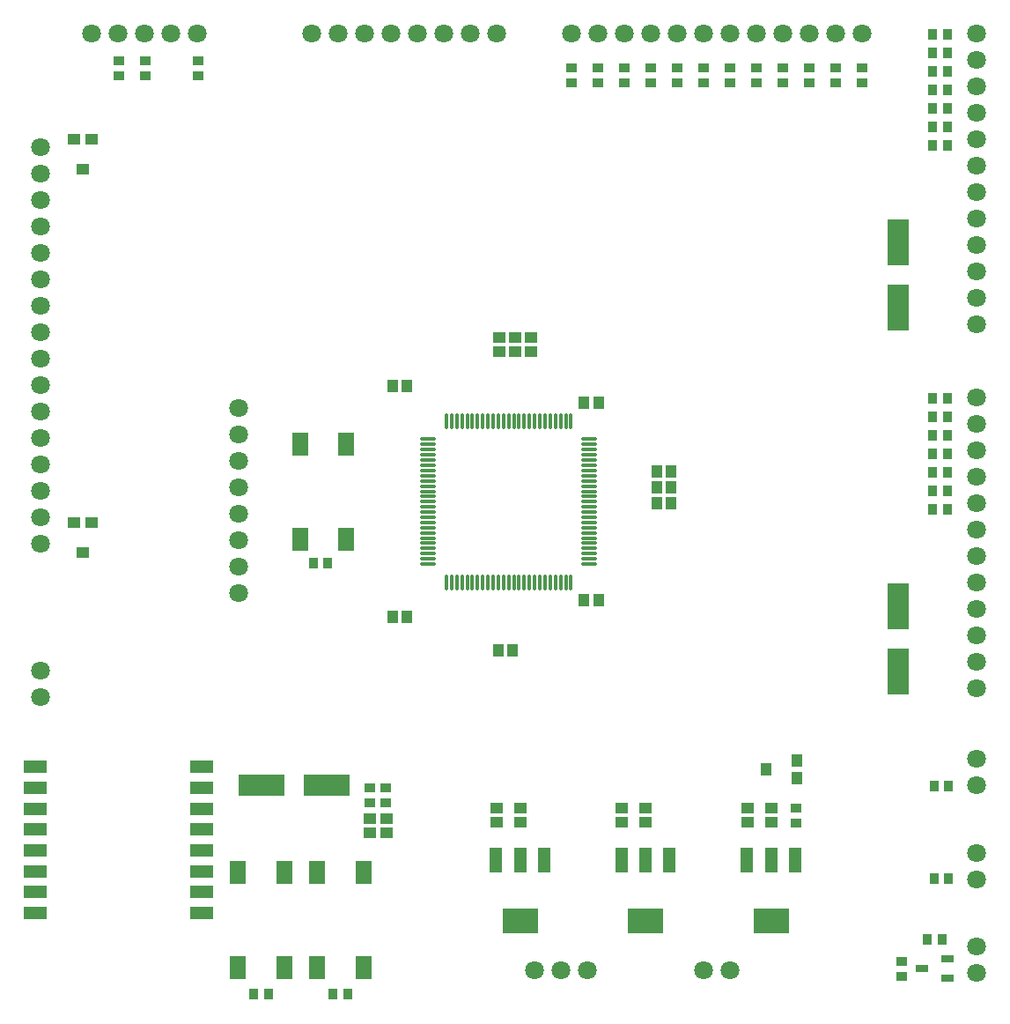
<source format=gbr>
G04 Layer_Color=8388736*
%FSLAX23Y23*%
%MOIN*%
%TF.FileFunction,Soldermask,Top*%
%TF.Part,Single*%
G01*
G75*
%TA.AperFunction,SMDPad*%
%ADD36R,0.047X0.043*%
%TA.AperFunction,SMDPad*%
%ADD37R,0.043X0.047*%
%TA.AperFunction,SMDPad*%
%ADD38R,0.177X0.081*%
%TA.AperFunction,SMDPad*%
%ADD39R,0.081X0.177*%
%TA.AperFunction,SMDPad*%
%ADD40R,0.047X0.031*%
%TA.AperFunction,SMDPad*%
%ADD41R,0.035X0.043*%
%TA.AperFunction,SMDPad*%
%ADD42R,0.043X0.035*%
%TA.AperFunction,SMDPad*%
%ADD43R,0.063X0.091*%
%TA.AperFunction,SMDPad*%
%ADD44R,0.047X0.093*%
%TA.AperFunction,SMDPad*%
%ADD45R,0.136X0.093*%
%TA.AperFunction,SMDPad*%
%ADD46O,0.061X0.014*%
%TA.AperFunction,SMDPad*%
%ADD47O,0.014X0.061*%
%TA.AperFunction,SMDPad*%
%ADD48R,0.087X0.047*%
%TA.AperFunction,SMDPad*%
%ADD49R,0.051X0.043*%
%TA.AperFunction,SMDPad*%
%ADD50R,0.047X0.043*%
%TA.AperFunction,SMDPad*%
%ADD51R,0.043X0.051*%
%TA.AperFunction,SMDPad*%
%ADD52R,0.043X0.047*%
%TA.AperFunction,ViaPad*%
%ADD53C,0.071*%
D36*
X3890Y2777D02*
D03*
Y2723D02*
D03*
X3980D02*
D03*
Y2777D02*
D03*
X3900Y4503D02*
D03*
Y4557D02*
D03*
X3960Y4503D02*
D03*
Y4557D02*
D03*
X4365Y2777D02*
D03*
Y2723D02*
D03*
X4455D02*
D03*
Y2777D02*
D03*
X4930Y2723D02*
D03*
Y2777D02*
D03*
X4840D02*
D03*
Y2723D02*
D03*
X4020Y4503D02*
D03*
Y4557D02*
D03*
X3475Y2683D02*
D03*
Y2737D02*
D03*
X3410Y2683D02*
D03*
Y2737D02*
D03*
D37*
X3898Y3375D02*
D03*
X3952D02*
D03*
X4223Y4310D02*
D03*
X4277D02*
D03*
X3552Y3500D02*
D03*
X3498D02*
D03*
X4223Y3565D02*
D03*
X4277D02*
D03*
X3552Y4375D02*
D03*
X3498D02*
D03*
X4498Y3990D02*
D03*
X4552D02*
D03*
X4498Y4050D02*
D03*
X4552D02*
D03*
X4498Y3930D02*
D03*
X4552D02*
D03*
D38*
X3248Y2865D02*
D03*
X3002D02*
D03*
D39*
X5410Y4917D02*
D03*
Y4671D02*
D03*
Y3541D02*
D03*
Y3295D02*
D03*
D40*
X5503Y2170D02*
D03*
X5597Y2207D02*
D03*
Y2133D02*
D03*
D41*
X5603Y2860D02*
D03*
X5547D02*
D03*
X5603Y2510D02*
D03*
X5547D02*
D03*
X3253Y3705D02*
D03*
X3197D02*
D03*
X3328Y2075D02*
D03*
X3272D02*
D03*
X5542Y5634D02*
D03*
X5598D02*
D03*
X5598Y5704D02*
D03*
X5542D02*
D03*
X5542Y5494D02*
D03*
X5598D02*
D03*
X5598Y5564D02*
D03*
X5542D02*
D03*
X5542Y5354D02*
D03*
X5598D02*
D03*
X5598Y5424D02*
D03*
X5542D02*
D03*
X3028Y2075D02*
D03*
X2972D02*
D03*
X5522Y2280D02*
D03*
X5578D02*
D03*
X5598Y5284D02*
D03*
X5542D02*
D03*
X5542Y4258D02*
D03*
X5598D02*
D03*
X5598Y4328D02*
D03*
X5542D02*
D03*
X5542Y4118D02*
D03*
X5598D02*
D03*
X5598Y4188D02*
D03*
X5542D02*
D03*
X5542Y3978D02*
D03*
X5598D02*
D03*
X5598Y4048D02*
D03*
X5542D02*
D03*
X5598Y3908D02*
D03*
X5542D02*
D03*
D42*
X2760Y5603D02*
D03*
Y5547D02*
D03*
X2460Y5603D02*
D03*
Y5547D02*
D03*
X2560Y5603D02*
D03*
Y5547D02*
D03*
X5025Y2778D02*
D03*
Y2722D02*
D03*
X5275Y5522D02*
D03*
Y5578D02*
D03*
X5175Y5522D02*
D03*
Y5578D02*
D03*
X5075Y5522D02*
D03*
Y5578D02*
D03*
X4975Y5522D02*
D03*
Y5578D02*
D03*
X4875Y5522D02*
D03*
Y5578D02*
D03*
X4775Y5522D02*
D03*
Y5578D02*
D03*
X4675Y5522D02*
D03*
Y5578D02*
D03*
X4575Y5522D02*
D03*
Y5578D02*
D03*
X4475Y5522D02*
D03*
Y5578D02*
D03*
X4375Y5522D02*
D03*
Y5578D02*
D03*
X4275Y5522D02*
D03*
Y5578D02*
D03*
X4175Y5522D02*
D03*
Y5578D02*
D03*
X3410Y2853D02*
D03*
Y2797D02*
D03*
X5425Y2142D02*
D03*
Y2198D02*
D03*
X3470Y2853D02*
D03*
Y2797D02*
D03*
D43*
X3147Y4154D02*
D03*
X3323D02*
D03*
X3147Y3796D02*
D03*
X3323D02*
D03*
X3212Y2534D02*
D03*
X3388D02*
D03*
X3212Y2176D02*
D03*
X3388D02*
D03*
X2912Y2534D02*
D03*
X3088D02*
D03*
X2912Y2176D02*
D03*
X3088D02*
D03*
D44*
X4071Y2580D02*
D03*
X3980D02*
D03*
X3889D02*
D03*
X4546D02*
D03*
X4455D02*
D03*
X4364D02*
D03*
X5021D02*
D03*
X4930D02*
D03*
X4839D02*
D03*
D45*
X3980Y2350D02*
D03*
X4455D02*
D03*
X4930D02*
D03*
D46*
X3632Y4173D02*
D03*
Y4154D02*
D03*
Y4134D02*
D03*
Y4114D02*
D03*
Y4094D02*
D03*
Y4075D02*
D03*
Y4055D02*
D03*
Y4035D02*
D03*
Y4016D02*
D03*
Y3996D02*
D03*
Y3976D02*
D03*
Y3957D02*
D03*
Y3937D02*
D03*
Y3917D02*
D03*
Y3898D02*
D03*
Y3878D02*
D03*
Y3858D02*
D03*
Y3839D02*
D03*
Y3819D02*
D03*
Y3799D02*
D03*
Y3780D02*
D03*
Y3760D02*
D03*
Y3740D02*
D03*
Y3720D02*
D03*
Y3701D02*
D03*
X4242D02*
D03*
Y3720D02*
D03*
Y3740D02*
D03*
Y3760D02*
D03*
Y3780D02*
D03*
Y3799D02*
D03*
Y3819D02*
D03*
Y3839D02*
D03*
Y3858D02*
D03*
Y3878D02*
D03*
Y3898D02*
D03*
Y3917D02*
D03*
Y3937D02*
D03*
Y3957D02*
D03*
Y3976D02*
D03*
Y3996D02*
D03*
Y4016D02*
D03*
Y4035D02*
D03*
Y4055D02*
D03*
Y4075D02*
D03*
Y4094D02*
D03*
Y4114D02*
D03*
Y4134D02*
D03*
Y4154D02*
D03*
Y4173D02*
D03*
D47*
X3701Y3632D02*
D03*
X3720D02*
D03*
X3740D02*
D03*
X3760D02*
D03*
X3780D02*
D03*
X3799D02*
D03*
X3819D02*
D03*
X3839D02*
D03*
X3858D02*
D03*
X3878D02*
D03*
X3898D02*
D03*
X3917D02*
D03*
X3937D02*
D03*
X3957D02*
D03*
X3976D02*
D03*
X3996D02*
D03*
X4016D02*
D03*
X4035D02*
D03*
X4055D02*
D03*
X4075D02*
D03*
X4094D02*
D03*
X4114D02*
D03*
X4134D02*
D03*
X4154D02*
D03*
X4173D02*
D03*
Y4242D02*
D03*
X4154D02*
D03*
X4134D02*
D03*
X4114D02*
D03*
X4094D02*
D03*
X4075D02*
D03*
X4055D02*
D03*
X4035D02*
D03*
X4016D02*
D03*
X3996D02*
D03*
X3976D02*
D03*
X3957D02*
D03*
X3937D02*
D03*
X3917D02*
D03*
X3898D02*
D03*
X3878D02*
D03*
X3858D02*
D03*
X3839D02*
D03*
X3819D02*
D03*
X3799D02*
D03*
X3780D02*
D03*
X3760D02*
D03*
X3740D02*
D03*
X3720D02*
D03*
X3701D02*
D03*
D48*
X2146Y2933D02*
D03*
Y2854D02*
D03*
Y2776D02*
D03*
Y2697D02*
D03*
Y2618D02*
D03*
Y2539D02*
D03*
Y2461D02*
D03*
X2776Y2382D02*
D03*
X2146D02*
D03*
X2776Y2461D02*
D03*
Y2539D02*
D03*
Y2618D02*
D03*
Y2697D02*
D03*
Y2776D02*
D03*
Y2854D02*
D03*
Y2933D02*
D03*
D49*
X2325Y5193D02*
D03*
Y3743D02*
D03*
D50*
X2292Y5307D02*
D03*
X2358D02*
D03*
X2292Y3857D02*
D03*
X2358D02*
D03*
D51*
X4913Y2925D02*
D03*
D52*
X5027Y2958D02*
D03*
Y2892D02*
D03*
D53*
X2165Y5278D02*
D03*
Y5178D02*
D03*
Y5078D02*
D03*
Y4978D02*
D03*
Y4878D02*
D03*
Y4578D02*
D03*
Y4678D02*
D03*
Y4778D02*
D03*
Y4378D02*
D03*
Y4278D02*
D03*
Y4178D02*
D03*
Y4478D02*
D03*
Y4078D02*
D03*
Y3778D02*
D03*
Y3878D02*
D03*
Y3978D02*
D03*
X5709Y2963D02*
D03*
Y2863D02*
D03*
X4674Y2165D02*
D03*
X4774D02*
D03*
X2759Y5709D02*
D03*
X2659D02*
D03*
X2559D02*
D03*
X2459D02*
D03*
X2359D02*
D03*
X5709Y2609D02*
D03*
Y2509D02*
D03*
X4034Y2165D02*
D03*
X4134D02*
D03*
X4234D02*
D03*
X5274Y5709D02*
D03*
X5174D02*
D03*
X5074D02*
D03*
X4974D02*
D03*
X4874D02*
D03*
X4574D02*
D03*
X4674D02*
D03*
X4774D02*
D03*
X4374D02*
D03*
X4274D02*
D03*
X4174D02*
D03*
X4474D02*
D03*
X3193D02*
D03*
X3293D02*
D03*
X3393D02*
D03*
X3493D02*
D03*
X3593D02*
D03*
X3893D02*
D03*
X3793D02*
D03*
X3693D02*
D03*
X2165Y3198D02*
D03*
Y3298D02*
D03*
X5709Y2155D02*
D03*
Y2255D02*
D03*
Y5707D02*
D03*
Y5607D02*
D03*
Y5507D02*
D03*
Y5407D02*
D03*
Y5307D02*
D03*
Y5007D02*
D03*
Y5107D02*
D03*
Y5207D02*
D03*
Y4807D02*
D03*
Y4707D02*
D03*
Y4607D02*
D03*
Y4907D02*
D03*
X2915Y4290D02*
D03*
Y4190D02*
D03*
Y4090D02*
D03*
Y3990D02*
D03*
Y3890D02*
D03*
Y3590D02*
D03*
Y3690D02*
D03*
Y3790D02*
D03*
X5709Y4330D02*
D03*
Y4230D02*
D03*
Y4130D02*
D03*
Y4030D02*
D03*
Y3930D02*
D03*
Y3630D02*
D03*
Y3730D02*
D03*
Y3830D02*
D03*
Y3430D02*
D03*
Y3330D02*
D03*
Y3230D02*
D03*
Y3530D02*
D03*
%TF.MD5,B961F7650FC717805B00E02A1306B3A1*%
M02*

</source>
